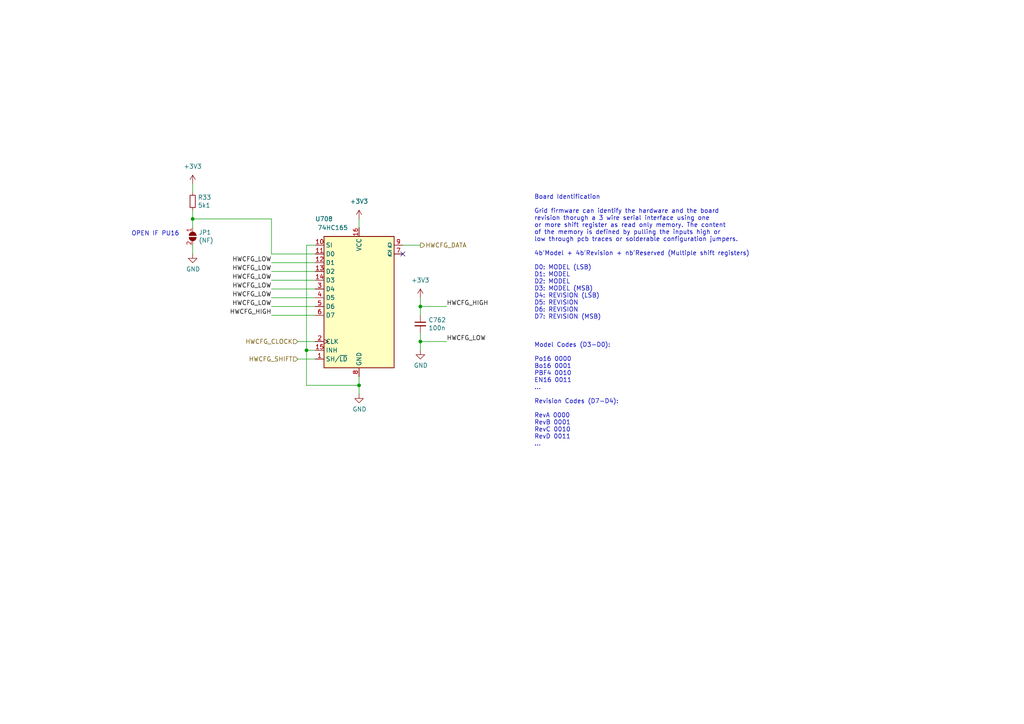
<source format=kicad_sch>
(kicad_sch (version 20230121) (generator eeschema)
  (paper "A4")
  (lib_symbols
    (symbol "power:+3V3" (power) (pin_names (offset 0))
      (property "Value" "+3V3" (at 0 3.556 0))
      (symbol "+3V3_0_1"
        (polyline (pts (xy -0.762 1.27) (xy 0 2.54)))
        (polyline (pts (xy 0 0) (xy 0 2.54)))
        (polyline (pts (xy 0 2.54) (xy 0.762 1.27)))
      )
      (symbol "+3V3_1_1"
        (pin power_in line (at 0 0 90) (length 0) hide (name "+3V3") (number "1"))
      )
    )
    (symbol "power:GND" (power) (pin_names (offset 0))
      (property "Value" "GND" (at 0 -3.81 0))
      (symbol "GND_0_1"
        (polyline (pts (xy 0 0) (xy 0 -1.27) (xy 1.27 -1.27) (xy 0 -2.54) (xy -1.27 -1.27) (xy 0 -1.27)))
      )
      (symbol "GND_1_1"
        (pin power_in line (at 0 0 270) (length 0) hide (name "GND") (number "1"))
      )
    )
    (symbol "suku_basics:74HC165"
      (property "Reference" "U" (at -15.24 25.4 0))
      (property "Value" "74HC165" (at -12.7 20.32 0))
      (symbol "74HC165_1_0"
        (pin input line (at -12.7 12.7 0) (length 2.54) (name "D0") (number "11"))
        (pin input line (at -12.7 10.16 0) (length 2.54) (name "D1") (number "12"))
        (pin input line (at -12.7 7.62 0) (length 2.54) (name "D2") (number "13"))
        (pin input line (at -12.7 5.08 0) (length 2.54) (name "D3") (number "14"))
        (pin power_in line (at 0 20.32 270) (length 2.54) (name "VCC") (number "16"))
        (pin input clock (at -12.7 -12.7 0) (length 2.54) (name "CLK") (number "2"))
        (pin input line (at -12.7 2.54 0) (length 2.54) (name "D4") (number "3"))
        (pin input line (at -12.7 0 0) (length 2.54) (name "D5") (number "4"))
        (pin input line (at -12.7 -2.54 0) (length 2.54) (name "D6") (number "5"))
        (pin input line (at -12.7 -5.08 0) (length 2.54) (name "D7") (number "6"))
        (pin power_in line (at 0 -22.86 90) (length 2.54) (name "GND") (number "8"))
        (pin output line (at 12.7 15.24 180) (length 2.54) (name "Q") (number "9"))
      )
      (symbol "74HC165_1_1"
        (rectangle (start -10.16 17.78) (end 10.16 -20.32) (stroke (width 0.254)) (fill (type background)))
        (pin input line (at -12.7 -17.78 0) (length 2.54) (name "SH/~{LD}") (number "1"))
        (pin input line (at -12.7 15.24 0) (length 2.54) (name "SI") (number "10"))
        (pin input line (at -12.7 -15.24 0) (length 2.54) (name "INH") (number "15"))
        (pin output line (at 12.7 12.7 180) (length 2.54) (name "~{Q}") (number "7"))
      )
    )
    (symbol "suku_basics:CAP" (pin_numbers hide) (pin_names (offset 0.254) hide)
      (property "Reference" "C" (at 0.254 1.778 0))
      (property "Value" "CAP" (at 0.254 -2.032 0))
      (symbol "CAP_0_1"
        (polyline (pts (xy -1.524 -0.508) (xy 1.524 -0.508)) (stroke (width 0.3302)))
        (polyline (pts (xy -1.524 0.508) (xy 1.524 0.508)) (stroke (width 0.3048)))
      )
      (symbol "CAP_1_1"
        (pin passive line (at 0 2.54 270) (length 2.032) (name "~") (number "1"))
        (pin passive line (at 0 -2.54 90) (length 2.032) (name "~") (number "2"))
      )
    )
    (symbol "suku_basics:JP_SolderJumper_2_Open" (pin_names (offset 0) hide)
      (property "Reference" "JP" (at 0 2.032 0))
      (property "Value" "JP_SolderJumper_2_Open" (at 0 -2.54 0))
      (symbol "JP_SolderJumper_2_Open_0_1"
        (arc (start -0.254 1.016) (mid -1.2656 0) (end -0.254 -1.016))
        (arc (start -0.254 1.016) (mid -1.2656 0) (end -0.254 -1.016) (fill (type outline)))
        (polyline (pts (xy -0.254 1.016) (xy -0.254 -1.016)))
        (polyline (pts (xy 0.254 1.016) (xy 0.254 -1.016)))
        (arc (start 0.254 -1.016) (mid 1.2656 0) (end 0.254 1.016))
        (arc (start 0.254 -1.016) (mid 1.2656 0) (end 0.254 1.016) (fill (type outline)))
      )
      (symbol "JP_SolderJumper_2_Open_1_1"
        (pin passive line (at -2.54 0 0) (length 1.27) (name "A") (number "1"))
        (pin passive line (at 2.54 0 180) (length 1.27) (name "B") (number "2"))
      )
    )
    (symbol "suku_basics:RES" (pin_numbers hide) (pin_names (offset 0.254) hide)
      (property "Reference" "R" (at 0.762 0.508 0))
      (property "Value" "RES" (at 0.762 -1.016 0))
      (symbol "RES_1_1"
        (rectangle (start -0.762 1.778) (end 0.762 -1.778) (stroke (width 0.2032)))
        (pin passive line (at 0 2.54 270) (length 0.762) (name "~") (number "1"))
        (pin passive line (at 0 -2.54 90) (length 0.762) (name "~") (number "2"))
      )
    )
  )
  (junction (at 104.14 111.76))
  (junction (at 88.9 101.6))
  (junction (at 121.92 99.06))
  (junction (at 55.88 63.5))
  (junction (at 121.92 88.9))
  (no_connect (at 116.84 73.66))
  (wire (pts (xy 88.9 71.12) (xy 88.9 101.6)))
  (wire (pts (xy 91.44 83.82) (xy 78.74 83.82)))
  (wire (pts (xy 104.14 111.76) (xy 104.14 109.22)))
  (wire (pts (xy 78.74 73.66) (xy 78.74 63.5)))
  (wire (pts (xy 91.44 101.6) (xy 88.9 101.6)))
  (wire (pts (xy 91.44 99.06) (xy 86.36 99.06)))
  (wire (pts (xy 55.88 63.5) (xy 55.88 66.04)))
  (wire (pts (xy 91.44 86.36) (xy 78.74 86.36)))
  (wire (pts (xy 91.44 88.9) (xy 78.74 88.9)))
  (wire (pts (xy 91.44 76.2) (xy 78.74 76.2)))
  (wire (pts (xy 104.14 63.5) (xy 104.14 66.04)))
  (wire (pts (xy 78.74 91.44) (xy 91.44 91.44)))
  (wire (pts (xy 104.14 114.3) (xy 104.14 111.76)))
  (wire (pts (xy 121.92 99.06) (xy 121.92 101.6)))
  (wire (pts (xy 91.44 71.12) (xy 88.9 71.12)))
  (wire (pts (xy 78.74 73.66) (xy 91.44 73.66)))
  (wire (pts (xy 55.88 60.96) (xy 55.88 63.5)))
  (wire (pts (xy 121.92 96.52) (xy 121.92 99.06)))
  (wire (pts (xy 88.9 101.6) (xy 88.9 111.76)))
  (wire (pts (xy 121.92 88.9) (xy 121.92 91.44)))
  (wire (pts (xy 88.9 111.76) (xy 104.14 111.76)))
  (wire (pts (xy 91.44 81.28) (xy 78.74 81.28)))
  (wire (pts (xy 116.84 71.12) (xy 121.92 71.12)))
  (wire (pts (xy 121.92 88.9) (xy 129.54 88.9)))
  (wire (pts (xy 78.74 63.5) (xy 55.88 63.5)))
  (wire (pts (xy 55.88 73.66) (xy 55.88 71.12)))
  (wire (pts (xy 121.92 86.36) (xy 121.92 88.9)))
  (wire (pts (xy 55.88 53.34) (xy 55.88 55.88)))
  (wire (pts (xy 121.92 99.06) (xy 129.54 99.06)))
  (wire (pts (xy 91.44 78.74) (xy 78.74 78.74)))
  (wire (pts (xy 91.44 104.14) (xy 86.36 104.14)))
  (text "Board Identification\n\nGrid firmware can identify the hardware and the board \nrevision thorugh a 3 wire serial interface using one \nor more shift register as read only memory. The content\nof the memory is defined by pulling the inputs high or\nlow through pcb traces or solderable configuration jumpers.\n\n4b'Model + 4b'Revision + nb'Reserved (Multiple shift registers)\n\nD0: MODEL (LSB)\nD1: MODEL\nD2: MODEL\nD3: MODEL (MSB)\nD4: REVISION (LSB)\nD5: REVISION\nD6: REVISION\nD7: REVISION (MSB)\n\n\n\nModel Codes (D3-D0):\n\nPo16 0000\nBo16 0001\nPBF4 0010\nEN16 0011\n...\n\nRevision Codes (D7-D4):\n\nRevA 0000\nRevB 0001\nRevC 0010\nRevD 0011\n...\n" (at 154.94 129.54 0) (effects (font (size 1.27 1.27)) (justify left bottom)))
  (text "OPEN IF PU16" (at 38.1 68.58 0) (effects (font (size 1.27 1.27)) (justify left bottom)))
  (label "HWCFG_LOW" (at 129.54 99.06 0))
  (label "HWCFG_LOW" (at 78.74 83.82 180))
  (label "HWCFG_LOW" (at 78.74 78.74 180))
  (label "HWCFG_LOW" (at 78.74 86.36 180))
  (label "HWCFG_LOW" (at 78.74 81.28 180))
  (label "HWCFG_HIGH" (at 129.54 88.9 0))
  (label "HWCFG_HIGH" (at 78.74 91.44 180))
  (label "HWCFG_LOW" (at 78.74 76.2 180))
  (label "HWCFG_LOW" (at 78.74 88.9 180))
  (hierarchical_label "HWCFG_CLOCK" (shape input) (at 86.36 99.06 180))
  (hierarchical_label "HWCFG_SHIFT" (shape input) (at 86.36 104.14 180))
  (hierarchical_label "HWCFG_DATA" (shape output) (at 121.92 71.12 0))
  (symbol (lib_id "suku_basics:74HC165") (at 104.14 86.36 0) (unit 1)
    (property "Reference" "U708" (at 93.98 63.5 0))
    (property "Value" "74HC165" (at 96.52 66.04 0))
    (property "Footprint" "suku_basics:SOIC-16_74HC165" (effects hide))
    (property "Datasheet" "http://www.ti.com/lit/ds/symlink/sn74hc595.pdf" (effects hide))
  )
  (symbol (lib_id "power:GND") (at 104.14 114.3 0) (unit 1)
    (property "Reference" "#PWR0880" (effects hide))
    (property "Value" "GND" (at 104.267 118.6942 0))
  )
  (symbol (lib_id "suku_basics:CAP") (at 121.92 93.98 0) (unit 1)
    (property "Reference" "C762" (at 124.2568 92.8116 0) (effects (justify left)))
    (property "Value" "100n" (at 124.2568 95.123 0) (effects (justify left)))
    (property "Footprint" "suku_basics:CAP_0402" (effects hide))
  )
  (symbol (lib_id "power:GND") (at 121.92 101.6 0) (unit 1)
    (property "Reference" "#PWR0882" (effects hide))
    (property "Value" "GND" (at 122.047 105.9942 0))
  )
  (symbol (lib_id "power:+3V3") (at 104.14 63.5 0) (unit 1)
    (property "Reference" "#PWR0879" (effects hide))
    (property "Value" "+3V3" (at 104.14 58.42 0))
  )
  (symbol (lib_id "power:GND") (at 55.88 73.66 0) (unit 1)
    (property "Reference" "#PWR0152" (effects hide))
    (property "Value" "GND" (at 56.007 78.0542 0))
    (instances (project "HWCFG" (path "" (reference "#PWR0152") (unit 1))) (project "PO16_BU16" (path "" (reference "#PWR0943") (unit 1))))
  )
  (symbol (lib_id "power:+3V3") (at 55.88 53.34 0) (unit 1)
    (property "Reference" "#PWR0942" (effects hide))
    (property "Value" "+3V3" (at 55.88 48.26 0))
  )
  (symbol (lib_id "suku_basics:RES") (at 55.88 58.42 0) (unit 1)
    (property "Reference" "R33" (at 57.3786 57.2516 0) (effects (justify left)))
    (property "Value" "5k1" (at 57.3786 59.563 0) (effects (justify left)))
    (property "Footprint" "suku_basics:RES_0402" (effects hide))
    (instances (project "HWCFG" (path "" (reference "R33") (unit 1))) (project "PO16_BU16" (path "" (reference "R758") (unit 1))))
  )
  (symbol (lib_id "power:+3V3") (at 121.92 86.36 0) (unit 1)
    (property "Reference" "#PWR0881" (effects hide))
    (property "Value" "+3V3" (at 121.92 81.28 0))
  )
  (symbol (lib_id "suku_basics:JP_SolderJumper_2_Open") (at 55.88 68.58 270) (unit 1)
    (property "Reference" "JP1" (at 57.6072 67.4116 90) (effects (justify left)))
    (property "Value" "(NF)" (at 57.6072 69.723 90) (effects (justify left)))
    (property "Footprint" "Jumper:SolderJumper-2_P1.3mm_Open_TrianglePad1.0x1.5mm" (effects hide))
    (instances (project "HWCFG" (path "" (reference "JP1") (unit 1))) (project "PO16_BU16" (path "" (reference "JP701") (unit 1))))
  )
)
</source>
